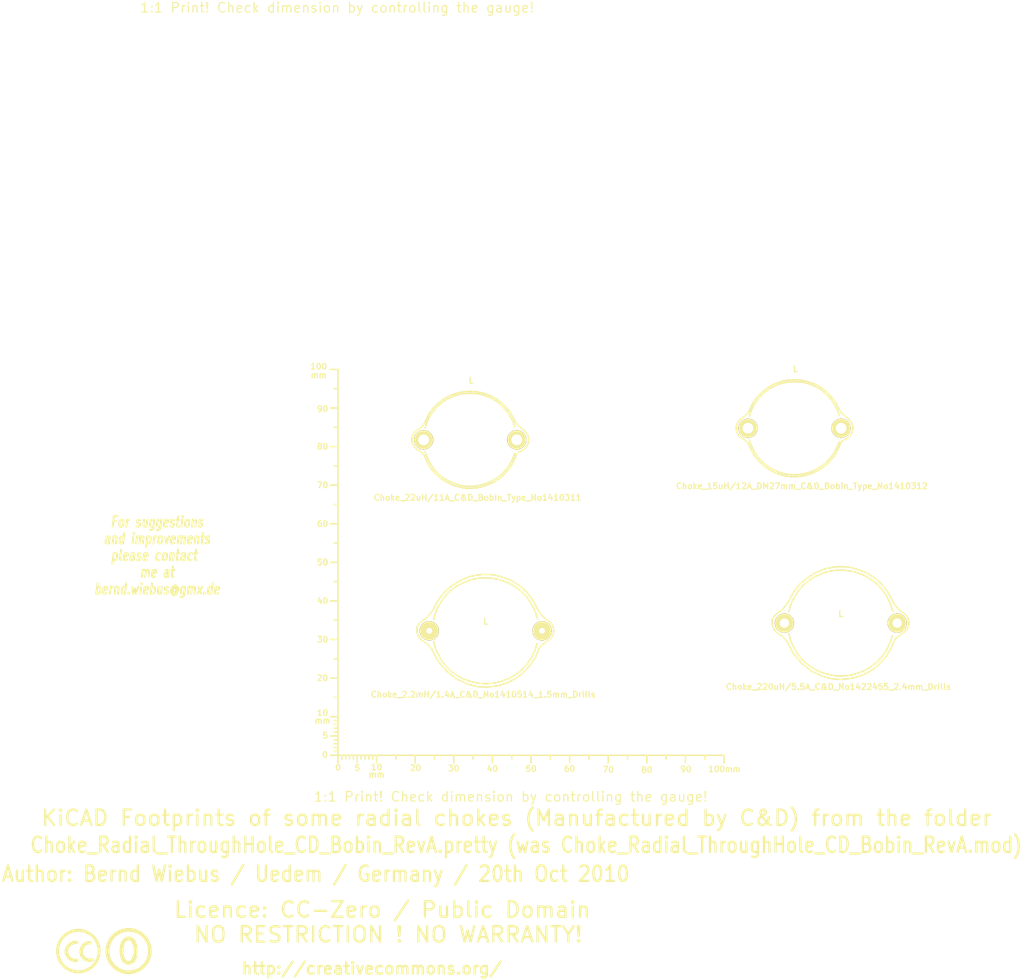
<source format=kicad_pcb>
(kicad_pcb (version 3) (host pcbnew "(2014-02-28 BZR 4727)-product")

  (general
    (links 0)
    (no_connects 0)
    (area 4.382182 -58.199132 267.98147 197.9742)
    (thickness 1.6002)
    (drawings 8)
    (tracks 0)
    (zones 0)
    (modules 7)
    (nets 1)
  )

  (page A4)
  (layers
    (15 Vorderseite signal)
    (0 Rückseite signal)
    (16 B.Adhes user)
    (17 F.Adhes user)
    (18 B.Paste user)
    (19 F.Paste user)
    (20 B.SilkS user)
    (21 F.SilkS user)
    (22 B.Mask user)
    (23 F.Mask user)
    (24 Dwgs.User user)
    (25 Cmts.User user)
    (26 Eco1.User user)
    (27 Eco2.User user)
    (28 Edge.Cuts user)
  )

  (setup
    (last_trace_width 0.2032)
    (trace_clearance 0.254)
    (zone_clearance 0.508)
    (zone_45_only no)
    (trace_min 0.2032)
    (segment_width 0.381)
    (edge_width 0.381)
    (via_size 0.889)
    (via_drill 0.635)
    (via_min_size 0.889)
    (via_min_drill 0.508)
    (uvia_size 0.508)
    (uvia_drill 0.127)
    (uvias_allowed no)
    (uvia_min_size 0.508)
    (uvia_min_drill 0.127)
    (pcb_text_width 0.3048)
    (pcb_text_size 1.524 2.032)
    (mod_edge_width 0.381)
    (mod_text_size 1.524 1.524)
    (mod_text_width 0.3048)
    (pad_size 1.524 1.524)
    (pad_drill 0.8128)
    (pad_to_mask_clearance 0.254)
    (aux_axis_origin 0 0)
    (visible_elements 7FFFFFFF)
    (pcbplotparams
      (layerselection 3178497)
      (usegerberextensions true)
      (excludeedgelayer true)
      (linewidth 0.150000)
      (plotframeref false)
      (viasonmask false)
      (mode 1)
      (useauxorigin false)
      (hpglpennumber 1)
      (hpglpenspeed 20)
      (hpglpendiameter 15)
      (hpglpenoverlay 0)
      (psnegative false)
      (psa4output false)
      (plotreference true)
      (plotvalue true)
      (plotothertext true)
      (plotinvisibletext false)
      (padsonsilk false)
      (subtractmaskfromsilk false)
      (outputformat 1)
      (mirror false)
      (drillshape 1)
      (scaleselection 1)
      (outputdirectory ""))
  )

  (net 0 "")

  (net_class Default "Dies ist die voreingestellte Netzklasse."
    (clearance 0.254)
    (trace_width 0.2032)
    (via_dia 0.889)
    (via_drill 0.635)
    (uvia_dia 0.508)
    (uvia_drill 0.127)
    (add_net "")
  )

  (module Gauge_100mm_Type2_SilkScreenTop_RevA_Date22Jun2010 (layer Vorderseite) (tedit 4D963937) (tstamp 4D88F07A)
    (at 100.25056 137.7494)
    (descr "Gauge, Massstab, 100mm, SilkScreenTop, Type 2,")
    (tags "Gauge, Massstab, 100mm, SilkScreenTop, Type 2,")
    (path Gauge_100mm_Type2_SilkScreenTop_RevA_Date22Jun2010)
    (fp_text reference MSC (at 4.0005 8.99922) (layer F.SilkS) hide
      (effects (font (thickness 0.3048)))
    )
    (fp_text value Gauge_100mm_Type2_SilkScreenTop_RevA_Date22Jun2010 (at 45.9994 8.99922) (layer F.SilkS) hide
      (effects (font (thickness 0.3048)))
    )
    (fp_text user mm (at 9.99998 5.00126) (layer F.SilkS)
      (effects (font (thickness 0.3048)))
    )
    (fp_text user mm (at -4.0005 -8.99922) (layer F.SilkS)
      (effects (font (thickness 0.3048)))
    )
    (fp_text user mm (at -5.00126 -98.5012) (layer F.SilkS)
      (effects (font (thickness 0.3048)))
    )
    (fp_text user 10 (at 10.00506 3.0988) (layer F.SilkS)
      (effects (font (size 1.50114 1.50114) (thickness 0.29972)))
    )
    (fp_text user 0 (at 0.00508 3.19786) (layer F.SilkS)
      (effects (font (size 1.39954 1.50114) (thickness 0.29972)))
    )
    (fp_text user 5 (at 5.0038 3.29946) (layer F.SilkS)
      (effects (font (size 1.50114 1.50114) (thickness 0.29972)))
    )
    (fp_text user 20 (at 20.1041 3.29946) (layer F.SilkS)
      (effects (font (size 1.50114 1.50114) (thickness 0.29972)))
    )
    (fp_text user 30 (at 30.00502 3.39852) (layer F.SilkS)
      (effects (font (size 1.50114 1.50114) (thickness 0.29972)))
    )
    (fp_text user 40 (at 40.005 3.50012) (layer F.SilkS)
      (effects (font (size 1.50114 1.50114) (thickness 0.29972)))
    )
    (fp_text user 50 (at 50.00498 3.50012) (layer F.SilkS)
      (effects (font (size 1.50114 1.50114) (thickness 0.29972)))
    )
    (fp_text user 60 (at 60.00496 3.50012) (layer F.SilkS)
      (effects (font (size 1.50114 1.50114) (thickness 0.29972)))
    )
    (fp_text user 70 (at 70.00494 3.70078) (layer F.SilkS)
      (effects (font (size 1.50114 1.50114) (thickness 0.29972)))
    )
    (fp_text user 80 (at 80.00492 3.79984) (layer F.SilkS)
      (effects (font (size 1.50114 1.50114) (thickness 0.29972)))
    )
    (fp_text user 90 (at 90.1065 3.60172) (layer F.SilkS)
      (effects (font (size 1.50114 1.50114) (thickness 0.29972)))
    )
    (fp_text user 100mm (at 100.10648 3.60172) (layer F.SilkS)
      (effects (font (size 1.50114 1.50114) (thickness 0.29972)))
    )
    (fp_line (start 0 -8.99922) (end -1.00076 -8.99922) (layer F.SilkS) (width 0.381))
    (fp_line (start 0 -8.001) (end -1.00076 -8.001) (layer F.SilkS) (width 0.381))
    (fp_line (start 0 -7.00024) (end -1.00076 -7.00024) (layer F.SilkS) (width 0.381))
    (fp_line (start 0 -5.99948) (end -1.00076 -5.99948) (layer F.SilkS) (width 0.381))
    (fp_line (start 0 -4.0005) (end -1.00076 -4.0005) (layer F.SilkS) (width 0.381))
    (fp_line (start 0 -2.99974) (end -1.00076 -2.99974) (layer F.SilkS) (width 0.381))
    (fp_line (start 0 -1.99898) (end -1.00076 -1.99898) (layer F.SilkS) (width 0.381))
    (fp_line (start 0 -1.00076) (end -1.00076 -1.00076) (layer F.SilkS) (width 0.381))
    (fp_line (start 0 0) (end -1.99898 0) (layer F.SilkS) (width 0.381))
    (fp_line (start 0 -5.00126) (end -1.99898 -5.00126) (layer F.SilkS) (width 0.381))
    (fp_line (start 0 -9.99998) (end -1.99898 -9.99998) (layer F.SilkS) (width 0.381))
    (fp_line (start 0 -15.00124) (end -1.00076 -15.00124) (layer F.SilkS) (width 0.381))
    (fp_line (start 0 -19.99996) (end -1.99898 -19.99996) (layer F.SilkS) (width 0.381))
    (fp_line (start 0 -25.00122) (end -1.00076 -25.00122) (layer F.SilkS) (width 0.381))
    (fp_line (start 0 -29.99994) (end -1.99898 -29.99994) (layer F.SilkS) (width 0.381))
    (fp_line (start 0 -35.0012) (end -1.00076 -35.0012) (layer F.SilkS) (width 0.381))
    (fp_line (start 0 -39.99992) (end -1.99898 -39.99992) (layer F.SilkS) (width 0.381))
    (fp_line (start 0 -45.00118) (end -1.00076 -45.00118) (layer F.SilkS) (width 0.381))
    (fp_line (start 0 -49.9999) (end -1.99898 -49.9999) (layer F.SilkS) (width 0.381))
    (fp_line (start 0 -55.00116) (end -1.00076 -55.00116) (layer F.SilkS) (width 0.381))
    (fp_line (start 0 -59.99988) (end -1.99898 -59.99988) (layer F.SilkS) (width 0.381))
    (fp_line (start 0 -65.00114) (end -1.00076 -65.00114) (layer F.SilkS) (width 0.381))
    (fp_line (start 0 -69.99986) (end -1.99898 -69.99986) (layer F.SilkS) (width 0.381))
    (fp_line (start 0 -75.00112) (end -1.00076 -75.00112) (layer F.SilkS) (width 0.381))
    (fp_line (start 0 -79.99984) (end -1.99898 -79.99984) (layer F.SilkS) (width 0.381))
    (fp_line (start 0 -85.0011) (end -1.00076 -85.0011) (layer F.SilkS) (width 0.381))
    (fp_line (start 0 -89.99982) (end -1.99898 -89.99982) (layer F.SilkS) (width 0.381))
    (fp_line (start 0 -95.00108) (end -1.00076 -95.00108) (layer F.SilkS) (width 0.381))
    (fp_line (start 0 0) (end 0 -99.9998) (layer F.SilkS) (width 0.381))
    (fp_line (start 0 -99.9998) (end -1.99898 -99.9998) (layer F.SilkS) (width 0.381))
    (fp_text user 100 (at -4.99872 -100.7491) (layer F.SilkS)
      (effects (font (size 1.50114 1.50114) (thickness 0.29972)))
    )
    (fp_text user 90 (at -4.0005 -89.7509) (layer F.SilkS)
      (effects (font (size 1.50114 1.50114) (thickness 0.29972)))
    )
    (fp_text user 80 (at -4.0005 -79.99984) (layer F.SilkS)
      (effects (font (size 1.50114 1.50114) (thickness 0.29972)))
    )
    (fp_text user 70 (at -4.0005 -69.99986) (layer F.SilkS)
      (effects (font (size 1.50114 1.50114) (thickness 0.29972)))
    )
    (fp_text user 60 (at -4.0005 -59.99988) (layer F.SilkS)
      (effects (font (size 1.50114 1.50114) (thickness 0.29972)))
    )
    (fp_text user 50 (at -4.0005 -49.9999) (layer F.SilkS)
      (effects (font (size 1.50114 1.50114) (thickness 0.34036)))
    )
    (fp_text user 40 (at -4.0005 -39.99992) (layer F.SilkS)
      (effects (font (size 1.50114 1.50114) (thickness 0.29972)))
    )
    (fp_text user 30 (at -4.0005 -29.99994) (layer F.SilkS)
      (effects (font (size 1.50114 1.50114) (thickness 0.29972)))
    )
    (fp_text user 20 (at -4.0005 -19.99996) (layer F.SilkS)
      (effects (font (size 1.50114 1.50114) (thickness 0.29972)))
    )
    (fp_line (start 95.00108 0) (end 95.00108 1.00076) (layer F.SilkS) (width 0.381))
    (fp_line (start 89.99982 0) (end 89.99982 1.99898) (layer F.SilkS) (width 0.381))
    (fp_line (start 85.0011 0) (end 85.0011 1.00076) (layer F.SilkS) (width 0.381))
    (fp_line (start 79.99984 0) (end 79.99984 1.99898) (layer F.SilkS) (width 0.381))
    (fp_line (start 75.00112 0) (end 75.00112 1.00076) (layer F.SilkS) (width 0.381))
    (fp_line (start 69.99986 0) (end 69.99986 1.99898) (layer F.SilkS) (width 0.381))
    (fp_line (start 65.00114 0) (end 65.00114 1.00076) (layer F.SilkS) (width 0.381))
    (fp_line (start 59.99988 0) (end 59.99988 1.99898) (layer F.SilkS) (width 0.381))
    (fp_line (start 55.00116 0) (end 55.00116 1.00076) (layer F.SilkS) (width 0.381))
    (fp_line (start 49.9999 0) (end 49.9999 1.99898) (layer F.SilkS) (width 0.381))
    (fp_line (start 45.00118 0) (end 45.00118 1.00076) (layer F.SilkS) (width 0.381))
    (fp_line (start 39.99992 0) (end 39.99992 1.99898) (layer F.SilkS) (width 0.381))
    (fp_line (start 35.0012 0) (end 35.0012 1.00076) (layer F.SilkS) (width 0.381))
    (fp_line (start 29.99994 0) (end 29.99994 1.99898) (layer F.SilkS) (width 0.381))
    (fp_line (start 25.00122 0) (end 25.00122 1.00076) (layer F.SilkS) (width 0.381))
    (fp_line (start 19.99996 0) (end 19.99996 1.99898) (layer F.SilkS) (width 0.381))
    (fp_line (start 15.00124 0) (end 15.00124 1.00076) (layer F.SilkS) (width 0.381))
    (fp_line (start 9.99998 0) (end 99.9998 0) (layer F.SilkS) (width 0.381))
    (fp_line (start 99.9998 0) (end 99.9998 1.99898) (layer F.SilkS) (width 0.381))
    (fp_text user 5 (at -3.302 -5.10286) (layer F.SilkS)
      (effects (font (size 1.50114 1.50114) (thickness 0.29972)))
    )
    (fp_text user 0 (at -3.4036 -0.10414) (layer F.SilkS)
      (effects (font (size 1.50114 1.50114) (thickness 0.29972)))
    )
    (fp_text user 10 (at -4.0005 -11.00074) (layer F.SilkS)
      (effects (font (size 1.50114 1.50114) (thickness 0.29972)))
    )
    (fp_line (start 8.99922 0) (end 8.99922 1.00076) (layer F.SilkS) (width 0.381))
    (fp_line (start 8.001 0) (end 8.001 1.00076) (layer F.SilkS) (width 0.381))
    (fp_line (start 7.00024 0) (end 7.00024 1.00076) (layer F.SilkS) (width 0.381))
    (fp_line (start 5.99948 0) (end 5.99948 1.00076) (layer F.SilkS) (width 0.381))
    (fp_line (start 4.0005 0) (end 4.0005 1.00076) (layer F.SilkS) (width 0.381))
    (fp_line (start 2.99974 0) (end 2.99974 1.00076) (layer F.SilkS) (width 0.381))
    (fp_line (start 1.99898 0) (end 1.99898 1.00076) (layer F.SilkS) (width 0.381))
    (fp_line (start 1.00076 0) (end 1.00076 1.00076) (layer F.SilkS) (width 0.381))
    (fp_line (start 5.00126 0) (end 5.00126 1.99898) (layer F.SilkS) (width 0.381))
    (fp_line (start 0 0) (end 0 1.99898) (layer F.SilkS) (width 0.381))
    (fp_line (start 0 0) (end 9.99998 0) (layer F.SilkS) (width 0.381))
    (fp_line (start 9.99998 0) (end 9.99998 1.99898) (layer F.SilkS) (width 0.381))
  )

  (module Choke_Radial_27mm_2,8mm-Drills_CD_Bobin_Type_No1410311 (layer Vorderseite) (tedit 4BB24D05) (tstamp 515D74E4)
    (at 134.5 56)
    (descr "Choke, Radial, Bobin Type, Diameter, 27mm, 2.8mm Drill, C&D, No.1410311, 22uH, 11A,")
    (tags "Choke, Radial, Bobin Type, Diameter, 27mm, 2.8mm Drill, C&D, No.1410311, 22uH, 11A,")
    (fp_text reference L (at 0.254 -15.367) (layer F.SilkS)
      (effects (font (thickness 0.3048)))
    )
    (fp_text value Choke_22uH/11A_C&D_Bobin_Type_No1410311 (at 1.905 14.986) (layer F.SilkS)
      (effects (font (thickness 0.3048)))
    )
    (fp_line (start -11.684 -3.048) (end -11.43 -3.937) (layer F.SilkS) (width 0.381))
    (fp_line (start -11.43 -3.937) (end -11.049 -4.953) (layer F.SilkS) (width 0.381))
    (fp_line (start -11.049 -4.953) (end -10.541 -5.969) (layer F.SilkS) (width 0.381))
    (fp_line (start -10.541 -5.969) (end -9.779 -7.112) (layer F.SilkS) (width 0.381))
    (fp_line (start -9.779 -7.112) (end -8.763 -8.382) (layer F.SilkS) (width 0.381))
    (fp_line (start -8.763 -8.382) (end -7.62 -9.398) (layer F.SilkS) (width 0.381))
    (fp_line (start -7.62 -9.398) (end -6.223 -10.414) (layer F.SilkS) (width 0.381))
    (fp_line (start -6.223 -10.414) (end -4.064 -11.43) (layer F.SilkS) (width 0.381))
    (fp_line (start -4.064 -11.43) (end -2.032 -11.938) (layer F.SilkS) (width 0.381))
    (fp_line (start -2.032 -11.938) (end 0 -12.065) (layer F.SilkS) (width 0.381))
    (fp_line (start 0 -12.065) (end 2.032 -11.938) (layer F.SilkS) (width 0.381))
    (fp_line (start 2.032 -11.938) (end 3.556 -11.557) (layer F.SilkS) (width 0.381))
    (fp_line (start 3.556 -11.557) (end 5.207 -10.922) (layer F.SilkS) (width 0.381))
    (fp_line (start 5.207 -10.922) (end 6.985 -9.906) (layer F.SilkS) (width 0.381))
    (fp_line (start 6.985 -9.906) (end 8.509 -8.509) (layer F.SilkS) (width 0.381))
    (fp_line (start 8.509 -8.509) (end 9.525 -7.366) (layer F.SilkS) (width 0.381))
    (fp_line (start 9.525 -7.366) (end 10.287 -6.223) (layer F.SilkS) (width 0.381))
    (fp_line (start 10.287 -6.223) (end 11.049 -4.826) (layer F.SilkS) (width 0.381))
    (fp_line (start 11.049 -4.826) (end 11.557 -3.429) (layer F.SilkS) (width 0.381))
    (fp_line (start 11.557 3.556) (end 11.176 4.445) (layer F.SilkS) (width 0.381))
    (fp_line (start 11.176 4.445) (end 10.668 5.588) (layer F.SilkS) (width 0.381))
    (fp_line (start 10.668 5.588) (end 10.16 6.477) (layer F.SilkS) (width 0.381))
    (fp_line (start 10.16 6.477) (end 9.144 7.874) (layer F.SilkS) (width 0.381))
    (fp_line (start 9.144 7.874) (end 8.128 8.89) (layer F.SilkS) (width 0.381))
    (fp_line (start 8.128 8.89) (end 6.858 9.906) (layer F.SilkS) (width 0.381))
    (fp_line (start 6.858 9.906) (end 5.588 10.668) (layer F.SilkS) (width 0.381))
    (fp_line (start 5.588 10.668) (end 4.191 11.303) (layer F.SilkS) (width 0.381))
    (fp_line (start 4.191 11.303) (end 2.413 11.811) (layer F.SilkS) (width 0.381))
    (fp_line (start 2.413 11.811) (end 0.635 12.065) (layer F.SilkS) (width 0.381))
    (fp_line (start 0.635 12.065) (end -0.889 12.065) (layer F.SilkS) (width 0.381))
    (fp_line (start -0.889 12.065) (end -2.54 11.811) (layer F.SilkS) (width 0.381))
    (fp_line (start -2.54 11.811) (end -4.191 11.303) (layer F.SilkS) (width 0.381))
    (fp_line (start -4.191 11.303) (end -5.588 10.668) (layer F.SilkS) (width 0.381))
    (fp_line (start -5.588 10.668) (end -6.731 10.033) (layer F.SilkS) (width 0.381))
    (fp_line (start -6.731 10.033) (end -8.001 9.017) (layer F.SilkS) (width 0.381))
    (fp_line (start -8.001 9.017) (end -9.271 7.747) (layer F.SilkS) (width 0.381))
    (fp_line (start -9.271 7.747) (end -10.16 6.477) (layer F.SilkS) (width 0.381))
    (fp_line (start -10.16 6.477) (end -10.795 5.334) (layer F.SilkS) (width 0.381))
    (fp_line (start -10.795 5.334) (end -11.43 3.937) (layer F.SilkS) (width 0.381))
    (fp_line (start -11.43 3.937) (end -11.684 3.048) (layer F.SilkS) (width 0.381))
    (fp_line (start 15.113 0) (end 14.986 0.889) (layer F.SilkS) (width 0.381))
    (fp_line (start 14.986 0.889) (end 14.732 1.524) (layer F.SilkS) (width 0.381))
    (fp_line (start 14.732 1.524) (end 14.224 2.159) (layer F.SilkS) (width 0.381))
    (fp_line (start 14.224 2.159) (end 13.589 2.667) (layer F.SilkS) (width 0.381))
    (fp_line (start 13.589 2.667) (end 12.573 3.175) (layer F.SilkS) (width 0.381))
    (fp_line (start 12.573 3.175) (end 11.938 3.81) (layer F.SilkS) (width 0.381))
    (fp_line (start 11.938 3.81) (end 11.557 4.826) (layer F.SilkS) (width 0.381))
    (fp_line (start 11.557 4.826) (end 10.922 6.223) (layer F.SilkS) (width 0.381))
    (fp_line (start 10.922 6.223) (end 10.16 7.366) (layer F.SilkS) (width 0.381))
    (fp_line (start 10.16 7.366) (end 9.017 8.763) (layer F.SilkS) (width 0.381))
    (fp_line (start 9.017 8.763) (end 7.747 9.906) (layer F.SilkS) (width 0.381))
    (fp_line (start 7.747 9.906) (end 6.223 10.922) (layer F.SilkS) (width 0.381))
    (fp_line (start 6.223 10.922) (end 4.191 11.811) (layer F.SilkS) (width 0.381))
    (fp_line (start 4.191 11.811) (end 2.413 12.319) (layer F.SilkS) (width 0.381))
    (fp_line (start 2.413 12.319) (end 1.524 12.446) (layer F.SilkS) (width 0.381))
    (fp_line (start 1.524 12.446) (end 0.254 12.573) (layer F.SilkS) (width 0.381))
    (fp_line (start 0.254 12.573) (end -0.762 12.573) (layer F.SilkS) (width 0.381))
    (fp_line (start -0.762 12.573) (end -1.905 12.446) (layer F.SilkS) (width 0.381))
    (fp_line (start -1.905 12.446) (end -3.429 12.065) (layer F.SilkS) (width 0.381))
    (fp_line (start -3.429 12.065) (end -4.699 11.684) (layer F.SilkS) (width 0.381))
    (fp_line (start -4.699 11.684) (end -6.223 10.922) (layer F.SilkS) (width 0.381))
    (fp_line (start -6.223 10.922) (end -7.62 10.033) (layer F.SilkS) (width 0.381))
    (fp_line (start -7.62 10.033) (end -9.017 8.763) (layer F.SilkS) (width 0.381))
    (fp_line (start -9.017 8.763) (end -10.414 7.112) (layer F.SilkS) (width 0.381))
    (fp_line (start -10.414 7.112) (end -11.176 5.715) (layer F.SilkS) (width 0.381))
    (fp_line (start -11.176 5.715) (end -11.938 4.064) (layer F.SilkS) (width 0.381))
    (fp_line (start -11.938 4.064) (end -12.446 3.429) (layer F.SilkS) (width 0.381))
    (fp_line (start -12.446 3.429) (end -13.208 2.794) (layer F.SilkS) (width 0.381))
    (fp_line (start -13.208 2.794) (end -13.97 2.413) (layer F.SilkS) (width 0.381))
    (fp_line (start -13.97 2.413) (end -14.605 1.651) (layer F.SilkS) (width 0.381))
    (fp_line (start -14.605 1.651) (end -14.986 0.889) (layer F.SilkS) (width 0.381))
    (fp_line (start -14.986 0.889) (end -15.113 -0.127) (layer F.SilkS) (width 0.381))
    (fp_line (start -15.113 -0.127) (end -14.986 -0.889) (layer F.SilkS) (width 0.381))
    (fp_line (start -14.986 -0.889) (end -14.605 -1.651) (layer F.SilkS) (width 0.381))
    (fp_line (start -14.605 -1.651) (end -14.224 -2.159) (layer F.SilkS) (width 0.381))
    (fp_line (start -14.224 -2.159) (end -13.589 -2.667) (layer F.SilkS) (width 0.381))
    (fp_line (start -13.589 -2.667) (end -12.954 -3.048) (layer F.SilkS) (width 0.381))
    (fp_line (start -12.954 -3.048) (end -12.319 -3.683) (layer F.SilkS) (width 0.381))
    (fp_line (start -12.319 -3.683) (end -11.811 -4.318) (layer F.SilkS) (width 0.381))
    (fp_line (start -11.811 -4.318) (end -11.43 -5.207) (layer F.SilkS) (width 0.381))
    (fp_line (start -11.43 -5.207) (end -10.668 -6.731) (layer F.SilkS) (width 0.381))
    (fp_line (start -10.668 -6.731) (end -9.652 -8.128) (layer F.SilkS) (width 0.381))
    (fp_line (start -9.652 -8.128) (end -8.382 -9.398) (layer F.SilkS) (width 0.381))
    (fp_line (start -8.382 -9.398) (end -6.731 -10.668) (layer F.SilkS) (width 0.381))
    (fp_line (start -6.731 -10.668) (end -5.334 -11.43) (layer F.SilkS) (width 0.381))
    (fp_line (start -5.334 -11.43) (end -3.175 -12.192) (layer F.SilkS) (width 0.381))
    (fp_line (start -3.175 -12.192) (end -1.778 -12.446) (layer F.SilkS) (width 0.381))
    (fp_line (start -1.778 -12.446) (end -0.127 -12.573) (layer F.SilkS) (width 0.381))
    (fp_line (start -0.127 -12.573) (end 1.651 -12.446) (layer F.SilkS) (width 0.381))
    (fp_line (start 1.651 -12.446) (end 3.048 -12.192) (layer F.SilkS) (width 0.381))
    (fp_line (start 3.048 -12.192) (end 4.572 -11.684) (layer F.SilkS) (width 0.381))
    (fp_line (start 4.572 -11.684) (end 5.588 -11.303) (layer F.SilkS) (width 0.381))
    (fp_line (start 5.588 -11.303) (end 6.858 -10.541) (layer F.SilkS) (width 0.381))
    (fp_line (start 6.858 -10.541) (end 8.382 -9.398) (layer F.SilkS) (width 0.381))
    (fp_line (start 8.382 -9.398) (end 9.652 -8.001) (layer F.SilkS) (width 0.381))
    (fp_line (start 9.652 -8.001) (end 10.287 -7.239) (layer F.SilkS) (width 0.381))
    (fp_line (start 10.287 -7.239) (end 11.049 -5.969) (layer F.SilkS) (width 0.381))
    (fp_line (start 11.049 -5.969) (end 11.684 -4.699) (layer F.SilkS) (width 0.381))
    (fp_line (start 11.684 -4.699) (end 12.192 -3.937) (layer F.SilkS) (width 0.381))
    (fp_line (start 12.192 -3.937) (end 12.827 -3.429) (layer F.SilkS) (width 0.381))
    (fp_line (start 12.827 -3.429) (end 13.843 -2.54) (layer F.SilkS) (width 0.381))
    (fp_line (start 13.843 -2.54) (end 14.351 -2.032) (layer F.SilkS) (width 0.381))
    (fp_line (start 14.351 -2.032) (end 14.859 -1.27) (layer F.SilkS) (width 0.381))
    (fp_line (start 14.859 -1.27) (end 15.113 -0.508) (layer F.SilkS) (width 0.381))
    (fp_line (start 15.113 -0.508) (end 15.113 0) (layer F.SilkS) (width 0.381))
    (pad 1 thru_hole circle (at 12.065 0) (size 5.00126 5.00126) (drill 2.79908) (layers *.Cu *.Mask F.SilkS))
    (pad 2 thru_hole circle (at -12.065 0) (size 5.00126 5.00126) (drill 2.79908) (layers *.Cu *.Mask F.SilkS))
  )

  (module Choke_Radial_27mm_2,8mm-Drills_CD_Bobin_Type_No1410312 (layer Vorderseite) (tedit 4BB24D05) (tstamp 515D7843)
    (at 218.5 53)
    (descr "Choke, Radial, Bobin Type, Diameter, 27mm, 2.8mm Drill, C&D, No.1410312, 15uH, 12A,")
    (tags "Choke, Radial, Bobin Type, Diameter, 27mm, 2.8mm Drill, C&D, No.1410312, 15uH, 12A,")
    (fp_text reference L (at 0.254 -15.367) (layer F.SilkS)
      (effects (font (thickness 0.3048)))
    )
    (fp_text value Choke_15uH/12A_DM27mm_C&D_Bobin_Type_No1410312 (at 1.905 14.986) (layer F.SilkS)
      (effects (font (thickness 0.3048)))
    )
    (fp_line (start -11.684 -3.048) (end -11.43 -3.937) (layer F.SilkS) (width 0.381))
    (fp_line (start -11.43 -3.937) (end -11.049 -4.953) (layer F.SilkS) (width 0.381))
    (fp_line (start -11.049 -4.953) (end -10.541 -5.969) (layer F.SilkS) (width 0.381))
    (fp_line (start -10.541 -5.969) (end -9.779 -7.112) (layer F.SilkS) (width 0.381))
    (fp_line (start -9.779 -7.112) (end -8.763 -8.382) (layer F.SilkS) (width 0.381))
    (fp_line (start -8.763 -8.382) (end -7.62 -9.398) (layer F.SilkS) (width 0.381))
    (fp_line (start -7.62 -9.398) (end -6.223 -10.414) (layer F.SilkS) (width 0.381))
    (fp_line (start -6.223 -10.414) (end -4.064 -11.43) (layer F.SilkS) (width 0.381))
    (fp_line (start -4.064 -11.43) (end -2.032 -11.938) (layer F.SilkS) (width 0.381))
    (fp_line (start -2.032 -11.938) (end 0 -12.065) (layer F.SilkS) (width 0.381))
    (fp_line (start 0 -12.065) (end 2.032 -11.938) (layer F.SilkS) (width 0.381))
    (fp_line (start 2.032 -11.938) (end 3.556 -11.557) (layer F.SilkS) (width 0.381))
    (fp_line (start 3.556 -11.557) (end 5.207 -10.922) (layer F.SilkS) (width 0.381))
    (fp_line (start 5.207 -10.922) (end 6.985 -9.906) (layer F.SilkS) (width 0.381))
    (fp_line (start 6.985 -9.906) (end 8.509 -8.509) (layer F.SilkS) (width 0.381))
    (fp_line (start 8.509 -8.509) (end 9.525 -7.366) (layer F.SilkS) (width 0.381))
    (fp_line (start 9.525 -7.366) (end 10.287 -6.223) (layer F.SilkS) (width 0.381))
    (fp_line (start 10.287 -6.223) (end 11.049 -4.826) (layer F.SilkS) (width 0.381))
    (fp_line (start 11.049 -4.826) (end 11.557 -3.429) (layer F.SilkS) (width 0.381))
    (fp_line (start 11.557 3.556) (end 11.176 4.445) (layer F.SilkS) (width 0.381))
    (fp_line (start 11.176 4.445) (end 10.668 5.588) (layer F.SilkS) (width 0.381))
    (fp_line (start 10.668 5.588) (end 10.16 6.477) (layer F.SilkS) (width 0.381))
    (fp_line (start 10.16 6.477) (end 9.144 7.874) (layer F.SilkS) (width 0.381))
    (fp_line (start 9.144 7.874) (end 8.128 8.89) (layer F.SilkS) (width 0.381))
    (fp_line (start 8.128 8.89) (end 6.858 9.906) (layer F.SilkS) (width 0.381))
    (fp_line (start 6.858 9.906) (end 5.588 10.668) (layer F.SilkS) (width 0.381))
    (fp_line (start 5.588 10.668) (end 4.191 11.303) (layer F.SilkS) (width 0.381))
    (fp_line (start 4.191 11.303) (end 2.413 11.811) (layer F.SilkS) (width 0.381))
    (fp_line (start 2.413 11.811) (end 0.635 12.065) (layer F.SilkS) (width 0.381))
    (fp_line (start 0.635 12.065) (end -0.889 12.065) (layer F.SilkS) (width 0.381))
    (fp_line (start -0.889 12.065) (end -2.54 11.811) (layer F.SilkS) (width 0.381))
    (fp_line (start -2.54 11.811) (end -4.191 11.303) (layer F.SilkS) (width 0.381))
    (fp_line (start -4.191 11.303) (end -5.588 10.668) (layer F.SilkS) (width 0.381))
    (fp_line (start -5.588 10.668) (end -6.731 10.033) (layer F.SilkS) (width 0.381))
    (fp_line (start -6.731 10.033) (end -8.001 9.017) (layer F.SilkS) (width 0.381))
    (fp_line (start -8.001 9.017) (end -9.271 7.747) (layer F.SilkS) (width 0.381))
    (fp_line (start -9.271 7.747) (end -10.16 6.477) (layer F.SilkS) (width 0.381))
    (fp_line (start -10.16 6.477) (end -10.795 5.334) (layer F.SilkS) (width 0.381))
    (fp_line (start -10.795 5.334) (end -11.43 3.937) (layer F.SilkS) (width 0.381))
    (fp_line (start -11.43 3.937) (end -11.684 3.048) (layer F.SilkS) (width 0.381))
    (fp_line (start 15.113 0) (end 14.986 0.889) (layer F.SilkS) (width 0.381))
    (fp_line (start 14.986 0.889) (end 14.732 1.524) (layer F.SilkS) (width 0.381))
    (fp_line (start 14.732 1.524) (end 14.224 2.159) (layer F.SilkS) (width 0.381))
    (fp_line (start 14.224 2.159) (end 13.589 2.667) (layer F.SilkS) (width 0.381))
    (fp_line (start 13.589 2.667) (end 12.573 3.175) (layer F.SilkS) (width 0.381))
    (fp_line (start 12.573 3.175) (end 11.938 3.81) (layer F.SilkS) (width 0.381))
    (fp_line (start 11.938 3.81) (end 11.557 4.826) (layer F.SilkS) (width 0.381))
    (fp_line (start 11.557 4.826) (end 10.922 6.223) (layer F.SilkS) (width 0.381))
    (fp_line (start 10.922 6.223) (end 10.16 7.366) (layer F.SilkS) (width 0.381))
    (fp_line (start 10.16 7.366) (end 9.017 8.763) (layer F.SilkS) (width 0.381))
    (fp_line (start 9.017 8.763) (end 7.747 9.906) (layer F.SilkS) (width 0.381))
    (fp_line (start 7.747 9.906) (end 6.223 10.922) (layer F.SilkS) (width 0.381))
    (fp_line (start 6.223 10.922) (end 4.191 11.811) (layer F.SilkS) (width 0.381))
    (fp_line (start 4.191 11.811) (end 2.413 12.319) (layer F.SilkS) (width 0.381))
    (fp_line (start 2.413 12.319) (end 1.524 12.446) (layer F.SilkS) (width 0.381))
    (fp_line (start 1.524 12.446) (end 0.254 12.573) (layer F.SilkS) (width 0.381))
    (fp_line (start 0.254 12.573) (end -0.762 12.573) (layer F.SilkS) (width 0.381))
    (fp_line (start -0.762 12.573) (end -1.905 12.446) (layer F.SilkS) (width 0.381))
    (fp_line (start -1.905 12.446) (end -3.429 12.065) (layer F.SilkS) (width 0.381))
    (fp_line (start -3.429 12.065) (end -4.699 11.684) (layer F.SilkS) (width 0.381))
    (fp_line (start -4.699 11.684) (end -6.223 10.922) (layer F.SilkS) (width 0.381))
    (fp_line (start -6.223 10.922) (end -7.62 10.033) (layer F.SilkS) (width 0.381))
    (fp_line (start -7.62 10.033) (end -9.017 8.763) (layer F.SilkS) (width 0.381))
    (fp_line (start -9.017 8.763) (end -10.414 7.112) (layer F.SilkS) (width 0.381))
    (fp_line (start -10.414 7.112) (end -11.176 5.715) (layer F.SilkS) (width 0.381))
    (fp_line (start -11.176 5.715) (end -11.938 4.064) (layer F.SilkS) (width 0.381))
    (fp_line (start -11.938 4.064) (end -12.446 3.429) (layer F.SilkS) (width 0.381))
    (fp_line (start -12.446 3.429) (end -13.208 2.794) (layer F.SilkS) (width 0.381))
    (fp_line (start -13.208 2.794) (end -13.97 2.413) (layer F.SilkS) (width 0.381))
    (fp_line (start -13.97 2.413) (end -14.605 1.651) (layer F.SilkS) (width 0.381))
    (fp_line (start -14.605 1.651) (end -14.986 0.889) (layer F.SilkS) (width 0.381))
    (fp_line (start -14.986 0.889) (end -15.113 -0.127) (layer F.SilkS) (width 0.381))
    (fp_line (start -15.113 -0.127) (end -14.986 -0.889) (layer F.SilkS) (width 0.381))
    (fp_line (start -14.986 -0.889) (end -14.605 -1.651) (layer F.SilkS) (width 0.381))
    (fp_line (start -14.605 -1.651) (end -14.224 -2.159) (layer F.SilkS) (width 0.381))
    (fp_line (start -14.224 -2.159) (end -13.589 -2.667) (layer F.SilkS) (width 0.381))
    (fp_line (start -13.589 -2.667) (end -12.954 -3.048) (layer F.SilkS) (width 0.381))
    (fp_line (start -12.954 -3.048) (end -12.319 -3.683) (layer F.SilkS) (width 0.381))
    (fp_line (start -12.319 -3.683) (end -11.811 -4.318) (layer F.SilkS) (width 0.381))
    (fp_line (start -11.811 -4.318) (end -11.43 -5.207) (layer F.SilkS) (width 0.381))
    (fp_line (start -11.43 -5.207) (end -10.668 -6.731) (layer F.SilkS) (width 0.381))
    (fp_line (start -10.668 -6.731) (end -9.652 -8.128) (layer F.SilkS) (width 0.381))
    (fp_line (start -9.652 -8.128) (end -8.382 -9.398) (layer F.SilkS) (width 0.381))
    (fp_line (start -8.382 -9.398) (end -6.731 -10.668) (layer F.SilkS) (width 0.381))
    (fp_line (start -6.731 -10.668) (end -5.334 -11.43) (layer F.SilkS) (width 0.381))
    (fp_line (start -5.334 -11.43) (end -3.175 -12.192) (layer F.SilkS) (width 0.381))
    (fp_line (start -3.175 -12.192) (end -1.778 -12.446) (layer F.SilkS) (width 0.381))
    (fp_line (start -1.778 -12.446) (end -0.127 -12.573) (layer F.SilkS) (width 0.381))
    (fp_line (start -0.127 -12.573) (end 1.651 -12.446) (layer F.SilkS) (width 0.381))
    (fp_line (start 1.651 -12.446) (end 3.048 -12.192) (layer F.SilkS) (width 0.381))
    (fp_line (start 3.048 -12.192) (end 4.572 -11.684) (layer F.SilkS) (width 0.381))
    (fp_line (start 4.572 -11.684) (end 5.588 -11.303) (layer F.SilkS) (width 0.381))
    (fp_line (start 5.588 -11.303) (end 6.858 -10.541) (layer F.SilkS) (width 0.381))
    (fp_line (start 6.858 -10.541) (end 8.382 -9.398) (layer F.SilkS) (width 0.381))
    (fp_line (start 8.382 -9.398) (end 9.652 -8.001) (layer F.SilkS) (width 0.381))
    (fp_line (start 9.652 -8.001) (end 10.287 -7.239) (layer F.SilkS) (width 0.381))
    (fp_line (start 10.287 -7.239) (end 11.049 -5.969) (layer F.SilkS) (width 0.381))
    (fp_line (start 11.049 -5.969) (end 11.684 -4.699) (layer F.SilkS) (width 0.381))
    (fp_line (start 11.684 -4.699) (end 12.192 -3.937) (layer F.SilkS) (width 0.381))
    (fp_line (start 12.192 -3.937) (end 12.827 -3.429) (layer F.SilkS) (width 0.381))
    (fp_line (start 12.827 -3.429) (end 13.843 -2.54) (layer F.SilkS) (width 0.381))
    (fp_line (start 13.843 -2.54) (end 14.351 -2.032) (layer F.SilkS) (width 0.381))
    (fp_line (start 14.351 -2.032) (end 14.859 -1.27) (layer F.SilkS) (width 0.381))
    (fp_line (start 14.859 -1.27) (end 15.113 -0.508) (layer F.SilkS) (width 0.381))
    (fp_line (start 15.113 -0.508) (end 15.113 0) (layer F.SilkS) (width 0.381))
    (pad 1 thru_hole circle (at 12.065 0) (size 5.00126 5.00126) (drill 2.79908) (layers *.Cu *.Mask F.SilkS))
    (pad 2 thru_hole circle (at -12.065 0) (size 5.00126 5.00126) (drill 2.79908) (layers *.Cu *.Mask F.SilkS))
  )

  (module Choke_Radial_31mm_1.5mm-Drills_CD_Bobin_Type_No1410514 (layer Vorderseite) (tedit 4BB24714) (tstamp 515D7B90)
    (at 138.5 105.5)
    (descr "Choke, Radial, Bobin Type, Diameter, 31mm, 1.5mm Drill,C&D, No.1410514,  2.2mH, 1.4A,")
    (tags "Choke, Radial, Bobin Type, Diameter 31mm, C&D, No.1410514, Drossel, Spule, Durchmesser, 1.5mm Drill, Bohrung, 2.2mH, 1.4A,")
    (fp_text reference L (at 0 -2.413) (layer F.SilkS)
      (effects (font (thickness 0.3048)))
    )
    (fp_text value Choke_2.2mH/1.4A_C&D_No1410514_1.5mm_Drills (at -0.635 16.51) (layer F.SilkS)
      (effects (font (thickness 0.3048)))
    )
    (fp_line (start -13.462 -2.921) (end -13.208 -3.937) (layer F.SilkS) (width 0.381))
    (fp_line (start -13.208 -3.937) (end -12.7 -5.461) (layer F.SilkS) (width 0.381))
    (fp_line (start -12.7 -5.461) (end -12.065 -6.604) (layer F.SilkS) (width 0.381))
    (fp_line (start -12.065 -6.604) (end -11.049 -8.255) (layer F.SilkS) (width 0.381))
    (fp_line (start -11.049 -8.255) (end -9.779 -9.779) (layer F.SilkS) (width 0.381))
    (fp_line (start -9.779 -9.779) (end -8.001 -11.303) (layer F.SilkS) (width 0.381))
    (fp_line (start -8.001 -11.303) (end -6.096 -12.319) (layer F.SilkS) (width 0.381))
    (fp_line (start -6.096 -12.319) (end -3.556 -13.335) (layer F.SilkS) (width 0.381))
    (fp_line (start -3.556 -13.335) (end -1.143 -13.716) (layer F.SilkS) (width 0.381))
    (fp_line (start -1.143 -13.716) (end 0.889 -13.716) (layer F.SilkS) (width 0.381))
    (fp_line (start 0.889 -13.716) (end 3.429 -13.335) (layer F.SilkS) (width 0.381))
    (fp_line (start 3.429 -13.335) (end 5.842 -12.446) (layer F.SilkS) (width 0.381))
    (fp_line (start 5.842 -12.446) (end 7.62 -11.43) (layer F.SilkS) (width 0.381))
    (fp_line (start 7.62 -11.43) (end 9.017 -10.414) (layer F.SilkS) (width 0.381))
    (fp_line (start 9.017 -10.414) (end 10.541 -8.89) (layer F.SilkS) (width 0.381))
    (fp_line (start 10.541 -8.89) (end 11.557 -7.493) (layer F.SilkS) (width 0.381))
    (fp_line (start 11.557 -7.493) (end 12.446 -5.842) (layer F.SilkS) (width 0.381))
    (fp_line (start 12.446 -5.842) (end 12.954 -4.699) (layer F.SilkS) (width 0.381))
    (fp_line (start 12.954 -4.699) (end 13.462 -3.048) (layer F.SilkS) (width 0.381))
    (fp_line (start 4.064 13.081) (end 2.159 13.589) (layer F.SilkS) (width 0.381))
    (fp_line (start 2.159 13.589) (end 0 13.716) (layer F.SilkS) (width 0.381))
    (fp_line (start 0 13.716) (end -1.905 13.589) (layer F.SilkS) (width 0.381))
    (fp_line (start -1.905 13.589) (end -4.445 12.954) (layer F.SilkS) (width 0.381))
    (fp_line (start -4.445 12.954) (end -6.096 12.319) (layer F.SilkS) (width 0.381))
    (fp_line (start -6.096 12.319) (end -7.62 11.43) (layer F.SilkS) (width 0.381))
    (fp_line (start -7.62 11.43) (end -9.017 10.414) (layer F.SilkS) (width 0.381))
    (fp_line (start -9.017 10.414) (end -10.16 9.271) (layer F.SilkS) (width 0.381))
    (fp_line (start -10.16 9.271) (end -11.303 7.874) (layer F.SilkS) (width 0.381))
    (fp_line (start -11.303 7.874) (end -12.065 6.477) (layer F.SilkS) (width 0.381))
    (fp_line (start -12.065 6.477) (end -12.954 4.699) (layer F.SilkS) (width 0.381))
    (fp_line (start -12.954 4.699) (end -13.462 2.794) (layer F.SilkS) (width 0.381))
    (fp_line (start 13.335 3.302) (end 13.081 4.191) (layer F.SilkS) (width 0.381))
    (fp_line (start 13.081 4.191) (end 12.7 5.207) (layer F.SilkS) (width 0.381))
    (fp_line (start 12.7 5.207) (end 11.684 7.239) (layer F.SilkS) (width 0.381))
    (fp_line (start 11.684 7.239) (end 10.795 8.509) (layer F.SilkS) (width 0.381))
    (fp_line (start 10.795 8.509) (end 9.271 10.16) (layer F.SilkS) (width 0.381))
    (fp_line (start 9.271 10.16) (end 7.62 11.43) (layer F.SilkS) (width 0.381))
    (fp_line (start 7.62 11.43) (end 6.096 12.319) (layer F.SilkS) (width 0.381))
    (fp_line (start 6.096 12.319) (end 4.064 13.081) (layer F.SilkS) (width 0.381))
    (fp_line (start 9.525 11.049) (end 8.255 12.065) (layer F.SilkS) (width 0.381))
    (fp_line (start 8.255 12.065) (end 6.731 12.954) (layer F.SilkS) (width 0.381))
    (fp_line (start 6.731 12.954) (end 5.334 13.589) (layer F.SilkS) (width 0.381))
    (fp_line (start 5.334 13.589) (end 3.175 14.224) (layer F.SilkS) (width 0.381))
    (fp_line (start 3.175 14.224) (end 2.413 14.351) (layer F.SilkS) (width 0.381))
    (fp_line (start 2.413 14.351) (end 0.127 14.605) (layer F.SilkS) (width 0.381))
    (fp_line (start 0.127 14.605) (end -2.159 14.478) (layer F.SilkS) (width 0.381))
    (fp_line (start -2.159 14.478) (end -4.572 13.843) (layer F.SilkS) (width 0.381))
    (fp_line (start -4.572 13.843) (end -7.62 12.446) (layer F.SilkS) (width 0.381))
    (fp_line (start -7.62 12.446) (end -10.16 10.414) (layer F.SilkS) (width 0.381))
    (fp_line (start -10.16 10.414) (end -12.319 7.874) (layer F.SilkS) (width 0.381))
    (fp_line (start -12.319 7.874) (end -13.335 5.969) (layer F.SilkS) (width 0.381))
    (fp_line (start -13.335 5.969) (end -13.97 4.699) (layer F.SilkS) (width 0.381))
    (fp_line (start -13.97 4.699) (end -14.859 3.683) (layer F.SilkS) (width 0.381))
    (fp_line (start -14.859 3.683) (end -16.002 2.794) (layer F.SilkS) (width 0.381))
    (fp_line (start -16.002 2.794) (end -16.764 2.286) (layer F.SilkS) (width 0.381))
    (fp_line (start -16.764 2.286) (end -17.272 1.651) (layer F.SilkS) (width 0.381))
    (fp_line (start -17.272 1.651) (end -17.78 0.381) (layer F.SilkS) (width 0.381))
    (fp_line (start -17.78 0.381) (end -17.78 -1.016) (layer F.SilkS) (width 0.381))
    (fp_line (start -17.78 -1.016) (end -17.272 -1.778) (layer F.SilkS) (width 0.381))
    (fp_line (start -17.272 -1.778) (end -16.383 -2.667) (layer F.SilkS) (width 0.381))
    (fp_line (start -16.383 -2.667) (end -15.367 -3.302) (layer F.SilkS) (width 0.381))
    (fp_line (start -15.367 -3.302) (end -14.478 -4.318) (layer F.SilkS) (width 0.381))
    (fp_line (start -14.478 -4.318) (end -13.462 -5.715) (layer F.SilkS) (width 0.381))
    (fp_line (start -13.462 -5.715) (end -12.7 -7.239) (layer F.SilkS) (width 0.381))
    (fp_line (start -12.7 -7.239) (end -11.811 -8.636) (layer F.SilkS) (width 0.381))
    (fp_line (start -11.811 -8.636) (end -10.541 -10.16) (layer F.SilkS) (width 0.381))
    (fp_line (start -10.541 -10.16) (end -8.763 -11.684) (layer F.SilkS) (width 0.381))
    (fp_line (start -8.763 -11.684) (end -6.731 -12.954) (layer F.SilkS) (width 0.381))
    (fp_line (start -6.731 -12.954) (end -4.445 -13.97) (layer F.SilkS) (width 0.381))
    (fp_line (start -4.445 -13.97) (end -2.159 -14.478) (layer F.SilkS) (width 0.381))
    (fp_line (start -2.159 -14.478) (end -0.762 -14.605) (layer F.SilkS) (width 0.381))
    (fp_line (start -0.762 -14.605) (end 0.127 -14.605) (layer F.SilkS) (width 0.381))
    (fp_line (start 0 -14.605) (end 1.143 -14.605) (layer F.SilkS) (width 0.381))
    (fp_line (start 1.143 -14.605) (end 2.286 -14.478) (layer F.SilkS) (width 0.381))
    (fp_line (start 2.286 -14.478) (end 4.191 -13.97) (layer F.SilkS) (width 0.381))
    (fp_line (start 4.191 -13.97) (end 6.604 -13.081) (layer F.SilkS) (width 0.381))
    (fp_line (start 6.604 -13.081) (end 8.636 -11.811) (layer F.SilkS) (width 0.381))
    (fp_line (start 8.636 -11.811) (end 10.414 -10.287) (layer F.SilkS) (width 0.381))
    (fp_line (start 10.414 -10.287) (end 11.938 -8.382) (layer F.SilkS) (width 0.381))
    (fp_line (start 11.938 -8.382) (end 12.827 -6.858) (layer F.SilkS) (width 0.381))
    (fp_line (start 12.827 -6.858) (end 13.716 -5.08) (layer F.SilkS) (width 0.381))
    (fp_line (start 13.716 -5.08) (end 14.732 -3.81) (layer F.SilkS) (width 0.381))
    (fp_line (start 14.732 -3.81) (end 15.748 -2.921) (layer F.SilkS) (width 0.381))
    (fp_line (start 15.748 -2.921) (end 16.764 -2.159) (layer F.SilkS) (width 0.381))
    (fp_line (start 16.764 -2.159) (end 17.399 -1.27) (layer F.SilkS) (width 0.381))
    (fp_line (start 17.399 -1.27) (end 17.653 -0.127) (layer F.SilkS) (width 0.381))
    (fp_line (start 17.653 -0.127) (end 17.526 0.889) (layer F.SilkS) (width 0.381))
    (fp_line (start 17.526 0.889) (end 17.018 1.778) (layer F.SilkS) (width 0.381))
    (fp_line (start 17.018 1.778) (end 16.383 2.413) (layer F.SilkS) (width 0.381))
    (fp_line (start 16.383 2.413) (end 15.621 2.921) (layer F.SilkS) (width 0.381))
    (fp_line (start 15.621 2.921) (end 14.732 3.556) (layer F.SilkS) (width 0.381))
    (fp_line (start 14.732 3.556) (end 13.97 4.318) (layer F.SilkS) (width 0.381))
    (fp_line (start 13.97 4.318) (end 13.589 5.207) (layer F.SilkS) (width 0.381))
    (fp_line (start 13.589 5.207) (end 12.954 6.731) (layer F.SilkS) (width 0.381))
    (fp_line (start 12.954 6.731) (end 11.557 8.89) (layer F.SilkS) (width 0.381))
    (fp_line (start 11.557 8.89) (end 9.525 11.049) (layer F.SilkS) (width 0.381))
    (pad 1 thru_hole circle (at 14.605 0) (size 5.00126 5.00126) (drill 1.50114) (layers *.Cu *.Mask F.SilkS))
    (pad 2 thru_hole circle (at -14.605 0) (size 5.00126 5.00126) (drill 1.50114) (layers *.Cu *.Mask F.SilkS))
  )

  (module Choke_Radial_31mm_2.4mm-Drills_CD_Bobin_Type_No1422455 (layer Vorderseite) (tedit 4BB24663) (tstamp 515D7ECB)
    (at 230.5 103.5)
    (descr "Choke, Radial, Bobin Type, Diameter, 31mm, 2.4mm Drill, C&D, No.1422455, 220uH, 5.5A,")
    (tags "Choke, Radial, Bobin Type, Diameter 31mm, C&D, No.1422455, Drossel, Spule, Durchmesser, 2.4mm Drill, Bohrung, 220uH, 5.5A,")
    (fp_text reference L (at 0 -2.413) (layer F.SilkS)
      (effects (font (thickness 0.3048)))
    )
    (fp_text value Choke_220uH/5.5A_C&D_No1422455_2.4mm_Drills (at -0.635 16.51) (layer F.SilkS)
      (effects (font (thickness 0.3048)))
    )
    (fp_line (start -13.462 -2.921) (end -13.208 -3.937) (layer F.SilkS) (width 0.381))
    (fp_line (start -13.208 -3.937) (end -12.7 -5.461) (layer F.SilkS) (width 0.381))
    (fp_line (start -12.7 -5.461) (end -12.065 -6.604) (layer F.SilkS) (width 0.381))
    (fp_line (start -12.065 -6.604) (end -11.049 -8.255) (layer F.SilkS) (width 0.381))
    (fp_line (start -11.049 -8.255) (end -9.779 -9.779) (layer F.SilkS) (width 0.381))
    (fp_line (start -9.779 -9.779) (end -8.001 -11.303) (layer F.SilkS) (width 0.381))
    (fp_line (start -8.001 -11.303) (end -6.096 -12.319) (layer F.SilkS) (width 0.381))
    (fp_line (start -6.096 -12.319) (end -3.556 -13.335) (layer F.SilkS) (width 0.381))
    (fp_line (start -3.556 -13.335) (end -1.143 -13.716) (layer F.SilkS) (width 0.381))
    (fp_line (start -1.143 -13.716) (end 0.889 -13.716) (layer F.SilkS) (width 0.381))
    (fp_line (start 0.889 -13.716) (end 3.429 -13.335) (layer F.SilkS) (width 0.381))
    (fp_line (start 3.429 -13.335) (end 5.842 -12.446) (layer F.SilkS) (width 0.381))
    (fp_line (start 5.842 -12.446) (end 7.62 -11.43) (layer F.SilkS) (width 0.381))
    (fp_line (start 7.62 -11.43) (end 9.017 -10.414) (layer F.SilkS) (width 0.381))
    (fp_line (start 9.017 -10.414) (end 10.541 -8.89) (layer F.SilkS) (width 0.381))
    (fp_line (start 10.541 -8.89) (end 11.557 -7.493) (layer F.SilkS) (width 0.381))
    (fp_line (start 11.557 -7.493) (end 12.446 -5.842) (layer F.SilkS) (width 0.381))
    (fp_line (start 12.446 -5.842) (end 12.954 -4.699) (layer F.SilkS) (width 0.381))
    (fp_line (start 12.954 -4.699) (end 13.462 -3.048) (layer F.SilkS) (width 0.381))
    (fp_line (start 4.064 13.081) (end 2.159 13.589) (layer F.SilkS) (width 0.381))
    (fp_line (start 2.159 13.589) (end 0 13.716) (layer F.SilkS) (width 0.381))
    (fp_line (start 0 13.716) (end -1.905 13.589) (layer F.SilkS) (width 0.381))
    (fp_line (start -1.905 13.589) (end -4.445 12.954) (layer F.SilkS) (width 0.381))
    (fp_line (start -4.445 12.954) (end -6.096 12.319) (layer F.SilkS) (width 0.381))
    (fp_line (start -6.096 12.319) (end -7.62 11.43) (layer F.SilkS) (width 0.381))
    (fp_line (start -7.62 11.43) (end -9.017 10.414) (layer F.SilkS) (width 0.381))
    (fp_line (start -9.017 10.414) (end -10.16 9.271) (layer F.SilkS) (width 0.381))
    (fp_line (start -10.16 9.271) (end -11.303 7.874) (layer F.SilkS) (width 0.381))
    (fp_line (start -11.303 7.874) (end -12.065 6.477) (layer F.SilkS) (width 0.381))
    (fp_line (start -12.065 6.477) (end -12.954 4.699) (layer F.SilkS) (width 0.381))
    (fp_line (start -12.954 4.699) (end -13.462 2.794) (layer F.SilkS) (width 0.381))
    (fp_line (start 13.335 3.302) (end 13.081 4.191) (layer F.SilkS) (width 0.381))
    (fp_line (start 13.081 4.191) (end 12.7 5.207) (layer F.SilkS) (width 0.381))
    (fp_line (start 12.7 5.207) (end 11.684 7.239) (layer F.SilkS) (width 0.381))
    (fp_line (start 11.684 7.239) (end 10.795 8.509) (layer F.SilkS) (width 0.381))
    (fp_line (start 10.795 8.509) (end 9.271 10.16) (layer F.SilkS) (width 0.381))
    (fp_line (start 9.271 10.16) (end 7.62 11.43) (layer F.SilkS) (width 0.381))
    (fp_line (start 7.62 11.43) (end 6.096 12.319) (layer F.SilkS) (width 0.381))
    (fp_line (start 6.096 12.319) (end 4.064 13.081) (layer F.SilkS) (width 0.381))
    (fp_line (start 9.525 11.049) (end 8.255 12.065) (layer F.SilkS) (width 0.381))
    (fp_line (start 8.255 12.065) (end 6.731 12.954) (layer F.SilkS) (width 0.381))
    (fp_line (start 6.731 12.954) (end 5.334 13.589) (layer F.SilkS) (width 0.381))
    (fp_line (start 5.334 13.589) (end 3.175 14.224) (layer F.SilkS) (width 0.381))
    (fp_line (start 3.175 14.224) (end 2.413 14.351) (layer F.SilkS) (width 0.381))
    (fp_line (start 2.413 14.351) (end 0.127 14.605) (layer F.SilkS) (width 0.381))
    (fp_line (start 0.127 14.605) (end -2.159 14.478) (layer F.SilkS) (width 0.381))
    (fp_line (start -2.159 14.478) (end -4.572 13.843) (layer F.SilkS) (width 0.381))
    (fp_line (start -4.572 13.843) (end -7.62 12.446) (layer F.SilkS) (width 0.381))
    (fp_line (start -7.62 12.446) (end -10.16 10.414) (layer F.SilkS) (width 0.381))
    (fp_line (start -10.16 10.414) (end -12.319 7.874) (layer F.SilkS) (width 0.381))
    (fp_line (start -12.319 7.874) (end -13.335 5.969) (layer F.SilkS) (width 0.381))
    (fp_line (start -13.335 5.969) (end -13.97 4.699) (layer F.SilkS) (width 0.381))
    (fp_line (start -13.97 4.699) (end -14.859 3.683) (layer F.SilkS) (width 0.381))
    (fp_line (start -14.859 3.683) (end -16.002 2.794) (layer F.SilkS) (width 0.381))
    (fp_line (start -16.002 2.794) (end -16.764 2.286) (layer F.SilkS) (width 0.381))
    (fp_line (start -16.764 2.286) (end -17.272 1.651) (layer F.SilkS) (width 0.381))
    (fp_line (start -17.272 1.651) (end -17.78 0.381) (layer F.SilkS) (width 0.381))
    (fp_line (start -17.78 0.381) (end -17.78 -1.016) (layer F.SilkS) (width 0.381))
    (fp_line (start -17.78 -1.016) (end -17.272 -1.778) (layer F.SilkS) (width 0.381))
    (fp_line (start -17.272 -1.778) (end -16.383 -2.667) (layer F.SilkS) (width 0.381))
    (fp_line (start -16.383 -2.667) (end -15.367 -3.302) (layer F.SilkS) (width 0.381))
    (fp_line (start -15.367 -3.302) (end -14.478 -4.318) (layer F.SilkS) (width 0.381))
    (fp_line (start -14.478 -4.318) (end -13.462 -5.715) (layer F.SilkS) (width 0.381))
    (fp_line (start -13.462 -5.715) (end -12.7 -7.239) (layer F.SilkS) (width 0.381))
    (fp_line (start -12.7 -7.239) (end -11.811 -8.636) (layer F.SilkS) (width 0.381))
    (fp_line (start -11.811 -8.636) (end -10.541 -10.16) (layer F.SilkS) (width 0.381))
    (fp_line (start -10.541 -10.16) (end -8.763 -11.684) (layer F.SilkS) (width 0.381))
    (fp_line (start -8.763 -11.684) (end -6.731 -12.954) (layer F.SilkS) (width 0.381))
    (fp_line (start -6.731 -12.954) (end -4.445 -13.97) (layer F.SilkS) (width 0.381))
    (fp_line (start -4.445 -13.97) (end -2.159 -14.478) (layer F.SilkS) (width 0.381))
    (fp_line (start -2.159 -14.478) (end -0.762 -14.605) (layer F.SilkS) (width 0.381))
    (fp_line (start -0.762 -14.605) (end 0.127 -14.605) (layer F.SilkS) (width 0.381))
    (fp_line (start 0 -14.605) (end 1.143 -14.605) (layer F.SilkS) (width 0.381))
    (fp_line (start 1.143 -14.605) (end 2.286 -14.478) (layer F.SilkS) (width 0.381))
    (fp_line (start 2.286 -14.478) (end 4.191 -13.97) (layer F.SilkS) (width 0.381))
    (fp_line (start 4.191 -13.97) (end 6.604 -13.081) (layer F.SilkS) (width 0.381))
    (fp_line (start 6.604 -13.081) (end 8.636 -11.811) (layer F.SilkS) (width 0.381))
    (fp_line (start 8.636 -11.811) (end 10.414 -10.287) (layer F.SilkS) (width 0.381))
    (fp_line (start 10.414 -10.287) (end 11.938 -8.382) (layer F.SilkS) (width 0.381))
    (fp_line (start 11.938 -8.382) (end 12.827 -6.858) (layer F.SilkS) (width 0.381))
    (fp_line (start 12.827 -6.858) (end 13.716 -5.08) (layer F.SilkS) (width 0.381))
    (fp_line (start 13.716 -5.08) (end 14.732 -3.81) (layer F.SilkS) (width 0.381))
    (fp_line (start 14.732 -3.81) (end 15.748 -2.921) (layer F.SilkS) (width 0.381))
    (fp_line (start 15.748 -2.921) (end 16.764 -2.159) (layer F.SilkS) (width 0.381))
    (fp_line (start 16.764 -2.159) (end 17.399 -1.27) (layer F.SilkS) (width 0.381))
    (fp_line (start 17.399 -1.27) (end 17.653 -0.127) (layer F.SilkS) (width 0.381))
    (fp_line (start 17.653 -0.127) (end 17.526 0.889) (layer F.SilkS) (width 0.381))
    (fp_line (start 17.526 0.889) (end 17.018 1.778) (layer F.SilkS) (width 0.381))
    (fp_line (start 17.018 1.778) (end 16.383 2.413) (layer F.SilkS) (width 0.381))
    (fp_line (start 16.383 2.413) (end 15.621 2.921) (layer F.SilkS) (width 0.381))
    (fp_line (start 15.621 2.921) (end 14.732 3.556) (layer F.SilkS) (width 0.381))
    (fp_line (start 14.732 3.556) (end 13.97 4.318) (layer F.SilkS) (width 0.381))
    (fp_line (start 13.97 4.318) (end 13.589 5.207) (layer F.SilkS) (width 0.381))
    (fp_line (start 13.589 5.207) (end 12.954 6.731) (layer F.SilkS) (width 0.381))
    (fp_line (start 12.954 6.731) (end 11.557 8.89) (layer F.SilkS) (width 0.381))
    (fp_line (start 11.557 8.89) (end 9.525 11.049) (layer F.SilkS) (width 0.381))
    (pad 1 thru_hole circle (at 14.605 0) (size 5.00126 5.00126) (drill 2.4003) (layers *.Cu *.Mask F.SilkS))
    (pad 2 thru_hole circle (at -14.605 0) (size 5.00126 5.00126) (drill 2.4003) (layers *.Cu *.Mask F.SilkS))
  )

  (module Symbol_CC-PublicDomain_SilkScreenTop_Big (layer Vorderseite) (tedit 515D641F) (tstamp 515F0B64)
    (at 46 188.5)
    (descr "Symbol, CC-PublicDomain, SilkScreen Top, Big,")
    (tags "Symbol, CC-PublicDomain, SilkScreen Top, Big,")
    (path Symbol_CC-Noncommercial_CopperTop_Big)
    (fp_text reference Sym (at 0.59944 -7.29996) (layer F.SilkS) hide
      (effects (font (thickness 0.3048)))
    )
    (fp_text value Symbol_CC-PublicDomain_SilkScreenTop_Big (at 0.59944 8.001) (layer F.SilkS) hide
      (effects (font (thickness 0.3048)))
    )
    (fp_circle (center 0 0) (end 5.8 -0.05) (layer F.SilkS) (width 0.381))
    (fp_circle (center 0 0) (end 5.5 0) (layer F.SilkS) (width 0.381))
    (fp_circle (center 0.05 0) (end 5.25 0) (layer F.SilkS) (width 0.381))
    (fp_line (start 1.1 -2.5) (end 1.4 -1.9) (layer F.SilkS) (width 0.381))
    (fp_line (start -1.8 1.2) (end -1.6 1.9) (layer F.SilkS) (width 0.381))
    (fp_line (start -1.6 1.9) (end -1.2 2.5) (layer F.SilkS) (width 0.381))
    (fp_line (start 0 -3) (end 0.75 -2.75) (layer F.SilkS) (width 0.381))
    (fp_line (start 0.75 -2.75) (end 1 -2.25) (layer F.SilkS) (width 0.381))
    (fp_line (start 1 -2.25) (end 1.5 -1) (layer F.SilkS) (width 0.381))
    (fp_line (start 1.5 -1) (end 1.5 -0.5) (layer F.SilkS) (width 0.381))
    (fp_line (start 1.5 -0.5) (end 1.5 0.5) (layer F.SilkS) (width 0.381))
    (fp_line (start 1.5 0.5) (end 1.25 1.5) (layer F.SilkS) (width 0.381))
    (fp_line (start 1.25 1.5) (end 0.75 2.5) (layer F.SilkS) (width 0.381))
    (fp_line (start 0.75 2.5) (end 0.25 2.75) (layer F.SilkS) (width 0.381))
    (fp_line (start 0.25 2.75) (end -0.25 2.75) (layer F.SilkS) (width 0.381))
    (fp_line (start -0.25 2.75) (end -0.75 2.5) (layer F.SilkS) (width 0.381))
    (fp_line (start -0.75 2.5) (end -1.25 1.75) (layer F.SilkS) (width 0.381))
    (fp_line (start -1.25 1.75) (end -1.5 0.75) (layer F.SilkS) (width 0.381))
    (fp_line (start -1.5 0.75) (end -1.5 -0.75) (layer F.SilkS) (width 0.381))
    (fp_line (start -1.5 -0.75) (end -1.25 -1.75) (layer F.SilkS) (width 0.381))
    (fp_line (start -1.25 -1.75) (end -1 -2.5) (layer F.SilkS) (width 0.381))
    (fp_line (start -1 -2.5) (end -0.3 -2.9) (layer F.SilkS) (width 0.381))
    (fp_line (start -0.3 -2.9) (end 0.2 -3) (layer F.SilkS) (width 0.381))
    (fp_line (start 0.2 -3) (end 0.8 -3) (layer F.SilkS) (width 0.381))
    (fp_line (start 0.8 -3) (end 1.4 -2.3) (layer F.SilkS) (width 0.381))
    (fp_line (start 1.4 -2.3) (end 1.6 -1.4) (layer F.SilkS) (width 0.381))
    (fp_line (start 1.6 -1.4) (end 1.7 -0.3) (layer F.SilkS) (width 0.381))
    (fp_line (start 1.7 -0.3) (end 1.7 0.9) (layer F.SilkS) (width 0.381))
    (fp_line (start 1.7 0.9) (end 1.4 1.8) (layer F.SilkS) (width 0.381))
    (fp_line (start 1.4 1.8) (end 1 2.7) (layer F.SilkS) (width 0.381))
    (fp_line (start 1 2.7) (end 0.5 3) (layer F.SilkS) (width 0.381))
    (fp_line (start 0.5 3) (end -0.4 3) (layer F.SilkS) (width 0.381))
    (fp_line (start -0.4 3) (end -1.3 2.3) (layer F.SilkS) (width 0.381))
    (fp_line (start -1.3 2.3) (end -1.7 1) (layer F.SilkS) (width 0.381))
    (fp_line (start -1.7 1) (end -1.8 -0.7) (layer F.SilkS) (width 0.381))
    (fp_line (start -1.8 -0.7) (end -1.4 -2.2) (layer F.SilkS) (width 0.381))
    (fp_line (start -1.4 -2.2) (end -1 -2.9) (layer F.SilkS) (width 0.381))
    (fp_line (start -1 -2.9) (end -0.2 -3.3) (layer F.SilkS) (width 0.381))
    (fp_line (start -0.2 -3.3) (end 0.7 -3.2) (layer F.SilkS) (width 0.381))
    (fp_line (start 0.7 -3.2) (end 1.3 -3.1) (layer F.SilkS) (width 0.381))
    (fp_line (start 1.3 -3.1) (end 1.7 -2.4) (layer F.SilkS) (width 0.381))
    (fp_line (start 1.7 -2.4) (end 2 -1.6) (layer F.SilkS) (width 0.381))
    (fp_line (start 2 -1.6) (end 2.1 -0.6) (layer F.SilkS) (width 0.381))
    (fp_line (start 2.1 -0.6) (end 2.1 0.3) (layer F.SilkS) (width 0.381))
    (fp_line (start 2.1 0.3) (end 2.1 1.3) (layer F.SilkS) (width 0.381))
    (fp_line (start 2.1 1.3) (end 1.9 1.8) (layer F.SilkS) (width 0.381))
    (fp_line (start 1.9 1.8) (end 1.5 2.6) (layer F.SilkS) (width 0.381))
    (fp_line (start 1.5 2.6) (end 1.1 3) (layer F.SilkS) (width 0.381))
    (fp_line (start 1.1 3) (end 0.4 3.3) (layer F.SilkS) (width 0.381))
    (fp_line (start 0.4 3.3) (end -0.1 3.4) (layer F.SilkS) (width 0.381))
    (fp_line (start -0.1 3.4) (end -0.8 3.2) (layer F.SilkS) (width 0.381))
    (fp_line (start -0.8 3.2) (end -1.5 2.6) (layer F.SilkS) (width 0.381))
    (fp_line (start -1.5 2.6) (end -1.9 1.7) (layer F.SilkS) (width 0.381))
    (fp_line (start -1.9 1.7) (end -2.1 0.4) (layer F.SilkS) (width 0.381))
    (fp_line (start -2.1 0.4) (end -2.1 -0.6) (layer F.SilkS) (width 0.381))
    (fp_line (start -2.1 -0.6) (end -2 -1.6) (layer F.SilkS) (width 0.381))
    (fp_line (start -2 -1.6) (end -1.7 -2.4) (layer F.SilkS) (width 0.381))
    (fp_line (start -1.7 -2.4) (end -1.2 -3.1) (layer F.SilkS) (width 0.381))
    (fp_line (start -1.2 -3.1) (end -0.4 -3.6) (layer F.SilkS) (width 0.381))
    (fp_line (start -0.4 -3.6) (end 0.4 -3.6) (layer F.SilkS) (width 0.381))
    (fp_line (start 0.4 -3.6) (end 1.1 -3.2) (layer F.SilkS) (width 0.381))
    (fp_line (start 1.1 -3.2) (end 1.1 -2.9) (layer F.SilkS) (width 0.381))
    (fp_line (start 1.1 -2.9) (end 1.8 -1.5) (layer F.SilkS) (width 0.381))
    (fp_line (start 1.8 -1.5) (end 1.8 -0.4) (layer F.SilkS) (width 0.381))
    (fp_line (start 1.8 -0.4) (end 1.8 1.1) (layer F.SilkS) (width 0.381))
    (fp_line (start 1.8 1.1) (end 1.2 2.6) (layer F.SilkS) (width 0.381))
    (fp_line (start 1.2 2.6) (end 0.2 3.2) (layer F.SilkS) (width 0.381))
    (fp_line (start 0.2 3.2) (end -0.5 3.2) (layer F.SilkS) (width 0.381))
    (fp_line (start -0.5 3.2) (end -1.1 2.7) (layer F.SilkS) (width 0.381))
    (fp_line (start -1.1 2.7) (end -1.9 0.6) (layer F.SilkS) (width 0.381))
    (fp_line (start -1.9 0.6) (end -1.7 -1.9) (layer F.SilkS) (width 0.381))
  )

  (module Symbol_CreativeCommons_SilkScreenTop_Type2_Big (layer Vorderseite) (tedit 515D640C) (tstamp 515D6AF0)
    (at 33 188.5)
    (descr "Symbol, Creative Commons, SilkScreen Top, Type 2, Big,")
    (tags "Symbol, Creative Commons, SilkScreen Top, Type 2, Big,")
    (path Symbol_CreativeCommons_CopperTop_Type2_Big)
    (fp_text reference Sym (at 0.59944 -7.29996) (layer F.SilkS) hide
      (effects (font (thickness 0.3048)))
    )
    (fp_text value Symbol_CreativeCommons_Typ2_SilkScreenTop_Big (at 0.59944 8.001) (layer F.SilkS) hide
      (effects (font (thickness 0.3048)))
    )
    (fp_line (start -0.70104 2.70002) (end -0.29972 2.60096) (layer F.SilkS) (width 0.381))
    (fp_line (start -0.29972 2.60096) (end -0.20066 2.10058) (layer F.SilkS) (width 0.381))
    (fp_line (start -2.49936 -1.69926) (end -2.70002 -1.6002) (layer F.SilkS) (width 0.381))
    (fp_line (start -2.70002 -1.6002) (end -3.0988 -1.00076) (layer F.SilkS) (width 0.381))
    (fp_line (start -3.0988 -1.00076) (end -3.29946 -0.50038) (layer F.SilkS) (width 0.381))
    (fp_line (start -3.29946 -0.50038) (end -3.40106 0.39878) (layer F.SilkS) (width 0.381))
    (fp_line (start -3.40106 0.39878) (end -3.29946 0.89916) (layer F.SilkS) (width 0.381))
    (fp_line (start -0.19812 2.4003) (end -0.29718 2.59842) (layer F.SilkS) (width 0.381))
    (fp_line (start 3.70078 2.10058) (end 3.79984 2.4003) (layer F.SilkS) (width 0.381))
    (fp_line (start 2.99974 -2.4003) (end 3.29946 -2.30124) (layer F.SilkS) (width 0.381))
    (fp_line (start 3.29946 -2.30124) (end 3.0988 -1.99898) (layer F.SilkS) (width 0.381))
    (fp_line (start 0 -5.40004) (end -0.50038 -5.40004) (layer F.SilkS) (width 0.381))
    (fp_line (start -0.50038 -5.40004) (end -1.30048 -5.10032) (layer F.SilkS) (width 0.381))
    (fp_line (start -1.30048 -5.10032) (end -1.99898 -4.89966) (layer F.SilkS) (width 0.381))
    (fp_line (start -1.99898 -4.89966) (end -2.70002 -4.699) (layer F.SilkS) (width 0.381))
    (fp_line (start -2.70002 -4.699) (end -3.29946 -4.20116) (layer F.SilkS) (width 0.381))
    (fp_line (start -3.29946 -4.20116) (end -4.0005 -3.59918) (layer F.SilkS) (width 0.381))
    (fp_line (start -4.0005 -3.59918) (end -4.50088 -2.99974) (layer F.SilkS) (width 0.381))
    (fp_line (start -4.50088 -2.99974) (end -5.00126 -2.10058) (layer F.SilkS) (width 0.381))
    (fp_line (start -5.00126 -2.10058) (end -5.30098 -1.09982) (layer F.SilkS) (width 0.381))
    (fp_line (start -5.30098 -1.09982) (end -5.40004 0.09906) (layer F.SilkS) (width 0.381))
    (fp_line (start -5.40004 0.09906) (end -5.19938 1.30048) (layer F.SilkS) (width 0.381))
    (fp_line (start -5.19938 1.30048) (end -4.8006 2.4003) (layer F.SilkS) (width 0.381))
    (fp_line (start -4.8006 2.4003) (end -3.79984 3.8989) (layer F.SilkS) (width 0.381))
    (fp_line (start -3.79984 3.8989) (end -2.60096 4.8006) (layer F.SilkS) (width 0.381))
    (fp_line (start -2.60096 4.8006) (end -1.30048 5.30098) (layer F.SilkS) (width 0.381))
    (fp_line (start -1.30048 5.30098) (end 0.09906 5.30098) (layer F.SilkS) (width 0.381))
    (fp_line (start 0.09906 5.30098) (end 1.6002 5.19938) (layer F.SilkS) (width 0.381))
    (fp_line (start 1.6002 5.19938) (end 2.60096 4.699) (layer F.SilkS) (width 0.381))
    (fp_line (start 2.60096 4.699) (end 4.20116 3.40106) (layer F.SilkS) (width 0.381))
    (fp_line (start 4.20116 3.40106) (end 5.00126 1.80086) (layer F.SilkS) (width 0.381))
    (fp_line (start 5.00126 1.80086) (end 5.40004 0.29972) (layer F.SilkS) (width 0.381))
    (fp_line (start 5.40004 0.29972) (end 5.19938 -1.39954) (layer F.SilkS) (width 0.381))
    (fp_line (start 5.19938 -1.39954) (end 4.699 -2.49936) (layer F.SilkS) (width 0.381))
    (fp_line (start 4.699 -2.49936) (end 3.40106 -4.09956) (layer F.SilkS) (width 0.381))
    (fp_line (start 3.40106 -4.09956) (end 2.4003 -4.8006) (layer F.SilkS) (width 0.381))
    (fp_line (start 2.4003 -4.8006) (end 1.39954 -5.19938) (layer F.SilkS) (width 0.381))
    (fp_line (start 1.39954 -5.19938) (end 0 -5.30098) (layer F.SilkS) (width 0.381))
    (fp_line (start 0.60198 -0.70104) (end 0.50292 -0.20066) (layer F.SilkS) (width 0.381))
    (fp_line (start 0.50292 -0.20066) (end 0.50292 0.49784) (layer F.SilkS) (width 0.381))
    (fp_line (start 0.50292 0.49784) (end 0.60198 1.09982) (layer F.SilkS) (width 0.381))
    (fp_line (start 0.60198 1.09982) (end 1.00076 1.69926) (layer F.SilkS) (width 0.381))
    (fp_line (start 1.00076 1.69926) (end 1.50114 2.19964) (layer F.SilkS) (width 0.381))
    (fp_line (start 1.50114 2.19964) (end 2.10058 2.49936) (layer F.SilkS) (width 0.381))
    (fp_line (start 2.10058 2.49936) (end 2.60096 2.59842) (layer F.SilkS) (width 0.381))
    (fp_line (start 2.60096 2.59842) (end 3.00228 2.59842) (layer F.SilkS) (width 0.381))
    (fp_line (start 3.00228 2.59842) (end 3.40106 2.59842) (layer F.SilkS) (width 0.381))
    (fp_line (start 3.40106 2.59842) (end 3.80238 2.49936) (layer F.SilkS) (width 0.381))
    (fp_line (start 3.80238 2.49936) (end 3.70078 2.2987) (layer F.SilkS) (width 0.381))
    (fp_line (start 3.70078 2.2987) (end 2.80162 2.4003) (layer F.SilkS) (width 0.381))
    (fp_line (start 2.80162 2.4003) (end 1.80086 2.09804) (layer F.SilkS) (width 0.381))
    (fp_line (start 1.80086 2.09804) (end 1.20142 1.6002) (layer F.SilkS) (width 0.381))
    (fp_line (start 1.20142 1.6002) (end 0.80264 0.6985) (layer F.SilkS) (width 0.381))
    (fp_line (start 0.80264 0.6985) (end 0.70104 -0.29972) (layer F.SilkS) (width 0.381))
    (fp_line (start 0.70104 -0.29972) (end 1.00076 -1.00076) (layer F.SilkS) (width 0.381))
    (fp_line (start 1.00076 -1.00076) (end 1.60274 -1.7018) (layer F.SilkS) (width 0.381))
    (fp_line (start 1.60274 -1.7018) (end 2.30124 -2.10058) (layer F.SilkS) (width 0.381))
    (fp_line (start 2.30124 -2.10058) (end 3.00228 -2.10058) (layer F.SilkS) (width 0.381))
    (fp_line (start 3.00228 -2.10058) (end 3.10134 -1.89992) (layer F.SilkS) (width 0.381))
    (fp_line (start 3.10134 -1.89992) (end 2.5019 -1.89992) (layer F.SilkS) (width 0.381))
    (fp_line (start 2.5019 -1.89992) (end 1.80086 -1.6002) (layer F.SilkS) (width 0.381))
    (fp_line (start 1.80086 -1.6002) (end 1.30048 -1.00076) (layer F.SilkS) (width 0.381))
    (fp_line (start 1.30048 -1.00076) (end 1.00076 -0.40132) (layer F.SilkS) (width 0.381))
    (fp_line (start 1.00076 -0.40132) (end 1.00076 0.09906) (layer F.SilkS) (width 0.381))
    (fp_line (start 1.00076 0.09906) (end 1.00076 0.6985) (layer F.SilkS) (width 0.381))
    (fp_line (start 1.00076 0.6985) (end 1.30048 1.19888) (layer F.SilkS) (width 0.381))
    (fp_line (start 1.30048 1.19888) (end 1.7018 1.69926) (layer F.SilkS) (width 0.381))
    (fp_line (start 1.7018 1.69926) (end 2.30124 1.99898) (layer F.SilkS) (width 0.381))
    (fp_line (start 2.30124 1.99898) (end 2.90068 2.09804) (layer F.SilkS) (width 0.381))
    (fp_line (start 2.90068 2.09804) (end 3.40106 2.09804) (layer F.SilkS) (width 0.381))
    (fp_line (start 3.40106 2.09804) (end 3.70078 1.99898) (layer F.SilkS) (width 0.381))
    (fp_line (start 3.00228 -2.4003) (end 2.40284 -2.4003) (layer F.SilkS) (width 0.381))
    (fp_line (start 2.40284 -2.4003) (end 2.00152 -2.20218) (layer F.SilkS) (width 0.381))
    (fp_line (start 2.00152 -2.20218) (end 1.50114 -2.00152) (layer F.SilkS) (width 0.381))
    (fp_line (start 1.50114 -2.00152) (end 1.10236 -1.6002) (layer F.SilkS) (width 0.381))
    (fp_line (start 1.10236 -1.6002) (end 0.80264 -1.09982) (layer F.SilkS) (width 0.381))
    (fp_line (start 0.80264 -1.09982) (end 0.60198 -0.70104) (layer F.SilkS) (width 0.381))
    (fp_line (start -0.39878 -1.99898) (end -0.89916 -1.99898) (layer F.SilkS) (width 0.381))
    (fp_line (start -0.89916 -1.99898) (end -1.39954 -1.89738) (layer F.SilkS) (width 0.381))
    (fp_line (start -1.39954 -1.89738) (end -1.89992 -1.59766) (layer F.SilkS) (width 0.381))
    (fp_line (start -1.89992 -1.59766) (end -2.4003 -1.19888) (layer F.SilkS) (width 0.381))
    (fp_line (start -2.4003 -1.30048) (end -2.70002 -0.8001) (layer F.SilkS) (width 0.381))
    (fp_line (start -2.70002 -0.8001) (end -2.79908 -0.29972) (layer F.SilkS) (width 0.381))
    (fp_line (start -2.79908 -0.29972) (end -2.79908 0.20066) (layer F.SilkS) (width 0.381))
    (fp_line (start -2.79908 0.20066) (end -2.59842 1.00076) (layer F.SilkS) (width 0.381))
    (fp_line (start -2.69748 1.00076) (end -2.39776 1.39954) (layer F.SilkS) (width 0.381))
    (fp_line (start -2.29616 1.4986) (end -1.79578 1.89992) (layer F.SilkS) (width 0.381))
    (fp_line (start -1.79578 1.89992) (end -1.29794 2.09804) (layer F.SilkS) (width 0.381))
    (fp_line (start -1.29794 2.09804) (end -0.89662 2.19964) (layer F.SilkS) (width 0.381))
    (fp_line (start -0.89662 2.19964) (end -0.49784 2.19964) (layer F.SilkS) (width 0.381))
    (fp_line (start -0.49784 2.19964) (end -0.19812 2.09804) (layer F.SilkS) (width 0.381))
    (fp_line (start -0.19812 2.09804) (end -0.29718 2.4003) (layer F.SilkS) (width 0.381))
    (fp_line (start -0.29718 2.4003) (end -0.89662 2.49936) (layer F.SilkS) (width 0.381))
    (fp_line (start -0.89662 2.49936) (end -1.59766 2.2987) (layer F.SilkS) (width 0.381))
    (fp_line (start -1.59766 2.2987) (end -2.29616 1.79832) (layer F.SilkS) (width 0.381))
    (fp_line (start -2.29616 1.79832) (end -2.79654 1.29794) (layer F.SilkS) (width 0.381))
    (fp_line (start -2.79908 1.39954) (end -2.99974 0.70104) (layer F.SilkS) (width 0.381))
    (fp_line (start -2.99974 0.70104) (end -3.0988 0) (layer F.SilkS) (width 0.381))
    (fp_line (start -3.0988 0) (end -2.99974 -0.59944) (layer F.SilkS) (width 0.381))
    (fp_line (start -2.99974 -0.8001) (end -2.70002 -1.30048) (layer F.SilkS) (width 0.381))
    (fp_line (start -2.70002 -1.09982) (end -2.19964 -1.6002) (layer F.SilkS) (width 0.381))
    (fp_line (start -2.19964 -1.69926) (end -1.69926 -1.99898) (layer F.SilkS) (width 0.381))
    (fp_line (start -1.69926 -1.99898) (end -1.19888 -2.19964) (layer F.SilkS) (width 0.381))
    (fp_line (start -1.19888 -2.19964) (end -0.6985 -2.19964) (layer F.SilkS) (width 0.381))
    (fp_line (start -0.6985 -2.19964) (end -0.29972 -2.19964) (layer F.SilkS) (width 0.381))
    (fp_line (start -0.29972 -2.19964) (end -0.20066 -2.39776) (layer F.SilkS) (width 0.381))
    (fp_line (start -0.20066 -2.39776) (end -0.59944 -2.49936) (layer F.SilkS) (width 0.381))
    (fp_line (start -0.59944 -2.49936) (end -1.00076 -2.49936) (layer F.SilkS) (width 0.381))
    (fp_line (start -1.00076 -2.49936) (end -1.4986 -2.39776) (layer F.SilkS) (width 0.381))
    (fp_line (start -1.4986 -2.39776) (end -2.10058 -2.09804) (layer F.SilkS) (width 0.381))
    (fp_line (start -2.10058 -2.09804) (end -2.59842 -1.69926) (layer F.SilkS) (width 0.381))
    (fp_line (start -2.59842 -1.6002) (end -3.0988 -0.89916) (layer F.SilkS) (width 0.381))
    (fp_line (start -3.0988 -0.89916) (end -3.29946 -0.29972) (layer F.SilkS) (width 0.381))
    (fp_line (start -3.29946 -0.29972) (end -3.29946 0.40132) (layer F.SilkS) (width 0.381))
    (fp_line (start -3.29946 0.40132) (end -3.2004 1.00076) (layer F.SilkS) (width 0.381))
    (fp_line (start -3.29946 0.8001) (end -2.99974 1.39954) (layer F.SilkS) (width 0.381))
    (fp_line (start -2.89814 1.4986) (end -2.49682 1.99898) (layer F.SilkS) (width 0.381))
    (fp_line (start -2.49682 1.99898) (end -1.89738 2.4003) (layer F.SilkS) (width 0.381))
    (fp_line (start -1.89738 2.4003) (end -1.19634 2.59842) (layer F.SilkS) (width 0.381))
    (fp_line (start -1.19634 2.59842) (end -0.69596 2.70002) (layer F.SilkS) (width 0.381))
    (fp_line (start -2.9972 1.19888) (end -2.59842 1.19888) (layer F.SilkS) (width 0.381))
    (fp_circle (center 0 0) (end 5.08 1.016) (layer F.SilkS) (width 0.381))
    (fp_circle (center 0 0) (end 5.588 0) (layer F.SilkS) (width 0.381))
  )

  (gr_text "1:1 Print! Check dimension by controlling the gauge!" (at 145 148.5) (layer F.SilkS)
    (effects (font (size 2.49936 2.49936) (thickness 0.29972)))
  )
  (gr_text http://creativecommons.org/ (at 109 193) (layer F.SilkS)
    (effects (font (size 3 3) (thickness 0.6)))
  )
  (gr_text "For suggestions\nand improvements\nplease contact \nme at\nbernd.wiebus@gmx.de" (at 53.41884 85.9691) (layer F.SilkS)
    (effects (font (size 2.70002 1.99898) (thickness 0.50038) italic))
  )
  (gr_text "1:1 Print! Check dimension by controlling the gauge!" (at 100 -56) (layer F.SilkS)
    (effects (font (size 2.49936 2.49936) (thickness 0.29972)))
  )
  (gr_text "Licence: CC-Zero / Public Domain \nNO RESTRICTION ! NO WARRANTY!" (at 113.2501 181.00064) (layer F.SilkS)
    (effects (font (size 4.0005 4.0005) (thickness 0.59944)))
  )
  (gr_text "Author: Bernd Wiebus / Uedem / Germany / 20th Oct 2010" (at 94.5 168.5) (layer F.SilkS)
    (effects (font (size 4.0005 3.5) (thickness 0.59944)))
  )
  (gr_text "Choke_Radial_ThroughHole_CD_Bobin_RevA.pretty (was Choke_Radial_ThroughHole_CD_Bobin_RevA.mod)" (at 149 161) (layer F.SilkS) (tstamp 533A7CF4)
    (effects (font (size 4.0005 3.3) (thickness 0.59944)))
  )
  (gr_text "KiCAD Footprints of some radial chokes (Manufactured by C&D) from the folder" (at 146.5 154) (layer F.SilkS)
    (effects (font (size 4.0005 4.0005) (thickness 0.59944)))
  )

)

</source>
